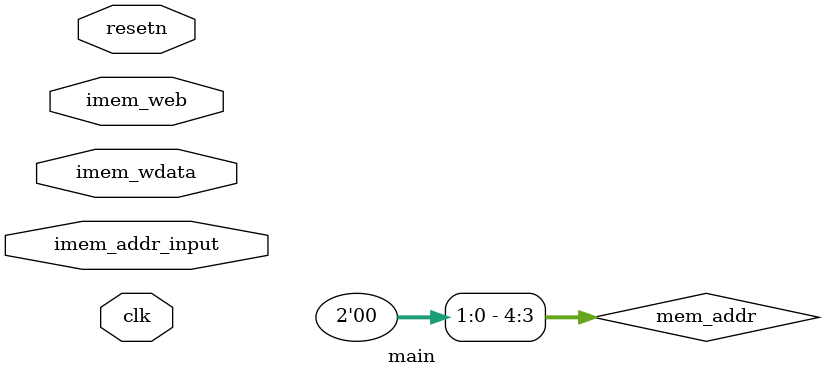
<source format=v>

module main #(
	parameter DATA_WIDTH = 32,
	parameter ADDR_WIDTH = 5,
	parameter RAM_DEPTH = 1 << ADDR_WIDTH
) (
	input clk,
	input resetn,
	input [DATA_WIDTH-1:0] imem_wdata,
	input imem_web,
	input [ADDR_WIDTH-1:0] imem_addr_input

); //UART POR DEFINIR
  
	wire [ADDR_WIDTH-1:0] mem_addr;
	wire [ADDR_WIDTH-1:0] pre_mem_addr;
	wire [ADDR_WIDTH-1:0] dmem_addr;
	wire [ADDR_WIDTH-1:0] imem_addr;
	wire [DATA_WIDTH-1:0] dmem_wdata;
	wire [DATA_WIDTH-1:0] masked_data;
	wire [DATA_WIDTH-1:0] mem_rdata;
	wire [DATA_WIDTH-1:0] imem_rdata;
	wire [DATA_WIDTH-1:0] dmem_rdata;
	wire [ 3:0] mem_wstrb;
	wire mem_instr;
	wire mem_valid;
	
	assign mem_rdata = mem_instr ? imem_rdata : dmem_rdata;
	
    // Enmascaramiento para cada bloque de 8 bits
	assign masked_data[7:0]   = mem_wstrb[0] ? dmem_wdata[7:0]   : 8'b0;
	assign masked_data[15:8]  = mem_wstrb[1] ? dmem_wdata[15:8]  : 8'b0;
	assign masked_data[23:16] = mem_wstrb[2] ? dmem_wdata[23:16] : 8'b0;
	assign masked_data[31:24] = mem_wstrb[3] ? dmem_wdata[31:24] : 8'b0;
	

	wire [31:0] extended_mem_addr;
	assign pre_mem_addr = extended_mem_addr[ADDR_WIDTH-1:0];
	assign mem_addr = pre_mem_addr >> 2;

	// Instanciando PicoRV32
	/* 
	picorv32 cpu(
		.clk(clk),
		.resetn(resetn),
		.mem_addr(extended_mem_addr),
		.mem_wdata(dmem_wdata),
		.mem_rdata(mem_rdata),
		.mem_wstrb(mem_wstrb),
		.mem_valid(mem_valid),
		.mem_instr(mem_instr),
		.mem_ready(imem_web)
	); 
	*/
	top_risc cpu (
		.clk(clk),
		.rstn(resetn), 
		.wr_dataM(), 
		.ALU_resultM(), 
		.mem_wrM()
	);

	assign imem_addr = imem_web ? mem_addr : imem_addr_input;
	// Instanciando SRAM
	//INSTRUCCIONES
	sram_32_32_sky130A imem(
		.clk0(clk),
		.addr0({1'b0,imem_addr}),
		.din0(imem_wdata),//debería venir de la uart
		.dout0(imem_rdata),
		.csb0(1'b0),
		.web0(imem_web) //depende de la uart
	);
	wire dmem_web;
	assign dmem_web = ~(mem_valid && ~mem_instr);
	// Instanciando SRAM
	//DATOS
	sram_32_32_sky130A dmem(
		.clk0(clk),
		.addr0({1'b0, mem_addr}),
		.din0(masked_data), 
		.dout0(dmem_rdata),
		.csb0(1'b0),
		.web0(dmem_web)
	);
  
endmodule
</source>
